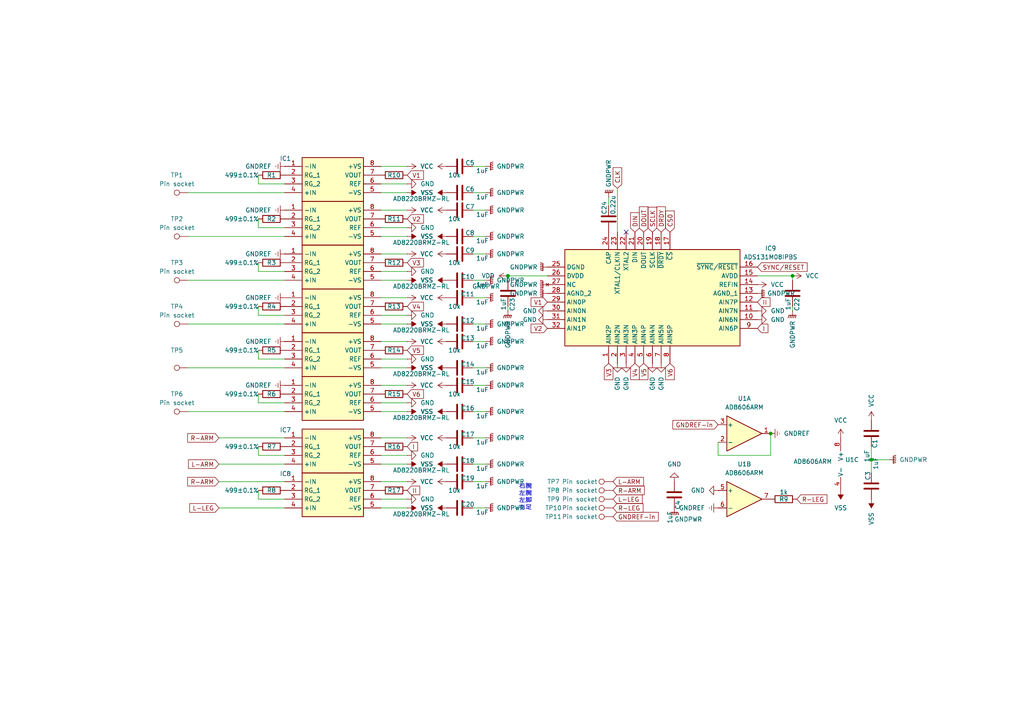
<source format=kicad_sch>
(kicad_sch (version 20250114) (generator "eeschema") (generator_version "9.0")
  (paper "A4")
  (text "右腕\n左腕\n左脚\n右足" (at 152.4 144.272 0) (effects (font (size 1.27 1.27))))
  (junction (at 223.52 125.73))
  (junction (at 147.32 80.01))
  (junction (at 229.87 80.01))
  (junction (at 252.73 133.35))
  (no_connect (at 181.61 67.31))
  (wire (pts (xy 257.81 133.35) (xy 252.73 133.35)))
  (wire (pts (xy 74.93 104.14) (xy 82.55 104.14)))
  (wire (pts (xy 140.97 139.7) (xy 137.16 139.7)))
  (wire (pts (xy 74.93 91.44) (xy 82.55 91.44)))
  (wire (pts (xy 110.49 53.34) (xy 118.11 53.34)))
  (wire (pts (xy 82.55 93.98) (xy 54.61 93.98)))
  (wire (pts (xy 110.49 119.38) (xy 118.11 119.38)))
  (wire (pts (xy 63.5 147.32) (xy 82.55 147.32)))
  (wire (pts (xy 74.93 50.8) (xy 74.93 53.34)))
  (wire (pts (xy 74.93 101.6) (xy 74.93 104.14)))
  (wire (pts (xy 229.87 81.28) (xy 229.87 80.01)))
  (wire (pts (xy 74.93 114.3) (xy 74.93 116.84)))
  (wire (pts (xy 110.49 127) (xy 118.11 127)))
  (wire (pts (xy 54.61 106.68) (xy 82.55 106.68)))
  (wire (pts (xy 140.97 147.32) (xy 137.16 147.32)))
  (wire (pts (xy 147.32 81.28) (xy 147.32 80.01)))
  (wire (pts (xy 74.93 53.34) (xy 82.55 53.34)))
  (wire (pts (xy 82.55 119.38) (xy 54.61 119.38)))
  (wire (pts (xy 140.97 93.98) (xy 137.16 93.98)))
  (wire (pts (xy 74.93 88.9) (xy 74.93 91.44)))
  (wire (pts (xy 74.93 144.78) (xy 82.55 144.78)))
  (wire (pts (xy 110.49 60.96) (xy 118.11 60.96)))
  (wire (pts (xy 110.49 139.7) (xy 118.11 139.7)))
  (wire (pts (xy 140.97 48.26) (xy 137.16 48.26)))
  (wire (pts (xy 110.49 116.84) (xy 118.11 116.84)))
  (wire (pts (xy 140.97 55.88) (xy 137.16 55.88)))
  (wire (pts (xy 179.07 54.61) (xy 179.07 67.31)))
  (wire (pts (xy 110.49 86.36) (xy 118.11 86.36)))
  (wire (pts (xy 219.71 80.01) (xy 229.87 80.01)))
  (wire (pts (xy 110.49 66.04) (xy 118.11 66.04)))
  (wire (pts (xy 110.49 106.68) (xy 118.11 106.68)))
  (wire (pts (xy 110.49 111.76) (xy 118.11 111.76)))
  (wire (pts (xy 110.49 104.14) (xy 118.11 104.14)))
  (wire (pts (xy 176.53 57.15) (xy 176.53 59.69)))
  (wire (pts (xy 140.97 99.06) (xy 137.16 99.06)))
  (wire (pts (xy 74.93 63.5) (xy 74.93 66.04)))
  (wire (pts (xy 82.55 81.28) (xy 54.61 81.28)))
  (wire (pts (xy 110.49 147.32) (xy 118.11 147.32)))
  (wire (pts (xy 110.49 73.66) (xy 118.11 73.66)))
  (wire (pts (xy 110.49 132.08) (xy 118.11 132.08)))
  (wire (pts (xy 110.49 55.88) (xy 118.11 55.88)))
  (wire (pts (xy 110.49 68.58) (xy 118.11 68.58)))
  (wire (pts (xy 110.49 81.28) (xy 118.11 81.28)))
  (wire (pts (xy 110.49 144.78) (xy 118.11 144.78)))
  (wire (pts (xy 74.93 78.74) (xy 82.55 78.74)))
  (wire (pts (xy 82.55 68.58) (xy 54.61 68.58)))
  (wire (pts (xy 140.97 86.36) (xy 137.16 86.36)))
  (wire (pts (xy 140.97 111.76) (xy 137.16 111.76)))
  (wire (pts (xy 82.55 55.88) (xy 54.61 55.88)))
  (wire (pts (xy 74.93 142.24) (xy 74.93 144.78)))
  (wire (pts (xy 140.97 119.38) (xy 137.16 119.38)))
  (wire (pts (xy 74.93 132.08) (xy 82.55 132.08)))
  (wire (pts (xy 223.52 132.08) (xy 223.52 125.73)))
  (wire (pts (xy 147.32 90.17) (xy 147.32 88.9)))
  (wire (pts (xy 110.49 134.62) (xy 118.11 134.62)))
  (wire (pts (xy 110.49 78.74) (xy 118.11 78.74)))
  (wire (pts (xy 140.97 127) (xy 137.16 127)))
  (wire (pts (xy 147.32 80.01) (xy 158.75 80.01)))
  (wire (pts (xy 229.87 90.17) (xy 229.87 88.9)))
  (wire (pts (xy 74.93 66.04) (xy 82.55 66.04)))
  (wire (pts (xy 63.5 134.62) (xy 82.55 134.62)))
  (wire (pts (xy 110.49 99.06) (xy 118.11 99.06)))
  (wire (pts (xy 208.28 128.27) (xy 208.28 132.08)))
  (wire (pts (xy 74.93 76.2) (xy 74.93 78.74)))
  (wire (pts (xy 208.28 132.08) (xy 223.52 132.08)))
  (wire (pts (xy 110.49 48.26) (xy 118.11 48.26)))
  (wire (pts (xy 140.97 134.62) (xy 137.16 134.62)))
  (wire (pts (xy 110.49 93.98) (xy 118.11 93.98)))
  (wire (pts (xy 140.97 60.96) (xy 137.16 60.96)))
  (wire (pts (xy 140.97 106.68) (xy 137.16 106.68)))
  (wire (pts (xy 140.97 68.58) (xy 137.16 68.58)))
  (wire (pts (xy 252.73 133.35) (xy 252.73 129.54)))
  (wire (pts (xy 63.5 139.7) (xy 82.55 139.7)))
  (wire (pts (xy 63.5 127) (xy 82.55 127)))
  (wire (pts (xy 110.49 91.44) (xy 118.11 91.44)))
  (wire (pts (xy 140.97 81.28) (xy 137.16 81.28)))
  (wire (pts (xy 252.73 133.35) (xy 252.73 137.16)))
  (wire (pts (xy 74.93 129.54) (xy 74.93 132.08)))
  (wire (pts (xy 140.97 73.66) (xy 137.16 73.66)))
  (wire (pts (xy 74.93 116.84) (xy 82.55 116.84)))
  (global_label "V1" (shape input) (at 158.75 87.63 180) (property "Intersheetrefs" "${INTERSHEET_REFS}" (effects (hide yes))))
  (global_label "II" (shape input) (at 118.11 142.24 0) (property "Intersheetrefs" "${INTERSHEET_REFS}" (effects (hide yes))))
  (global_label "SYNC{slash}RESET" (shape input) (at 219.71 77.47 0) (property "Intersheetrefs" "${INTERSHEET_REFS}" (effects (hide yes))))
  (global_label "CLK" (shape input) (at 179.07 54.61 90) (property "Intersheetrefs" "${INTERSHEET_REFS}" (effects (hide yes))))
  (global_label "V2" (shape input) (at 118.11 63.5 0) (property "Intersheetrefs" "${INTERSHEET_REFS}" (effects (hide yes))))
  (global_label "SCLK" (shape input) (at 189.23 67.31 90) (property "Intersheetrefs" "${INTERSHEET_REFS}" (effects (hide yes))))
  (global_label "I" (shape input) (at 219.71 95.25 0) (property "Intersheetrefs" "${INTERSHEET_REFS}" (effects (hide yes))))
  (global_label "V2" (shape input) (at 158.75 95.25 180) (property "Intersheetrefs" "${INTERSHEET_REFS}" (effects (hide yes))))
  (global_label "R-ARM" (shape input) (at 177.8 142.24 0) (property "Intersheetrefs" "${INTERSHEET_REFS}" (effects (hide yes))))
  (global_label "V6" (shape input) (at 118.11 114.3 0) (property "Intersheetrefs" "${INTERSHEET_REFS}" (effects (hide yes))))
  (global_label "DRDY" (shape input) (at 191.77 67.31 90) (property "Intersheetrefs" "${INTERSHEET_REFS}" (effects (hide yes))))
  (global_label "V5" (shape input) (at 118.11 101.6 0) (property "Intersheetrefs" "${INTERSHEET_REFS}" (effects (hide yes))))
  (global_label "V5" (shape input) (at 186.69 105.41 270) (property "Intersheetrefs" "${INTERSHEET_REFS}" (effects (hide yes))))
  (global_label "L-ARM" (shape input) (at 63.5 134.62 180) (property "Intersheetrefs" "${INTERSHEET_REFS}" (effects (hide yes))))
  (global_label "R-ARM" (shape input) (at 63.5 127 180) (property "Intersheetrefs" "${INTERSHEET_REFS}" (effects (hide yes))))
  (global_label "R-LEG" (shape input) (at 177.8 147.32 0) (property "Intersheetrefs" "${INTERSHEET_REFS}" (effects (hide yes))))
  (global_label "V4" (shape input) (at 118.11 88.9 0) (property "Intersheetrefs" "${INTERSHEET_REFS}" (effects (hide yes))))
  (global_label "V6" (shape input) (at 194.31 105.41 270) (property "Intersheetrefs" "${INTERSHEET_REFS}" (effects (hide yes))))
  (global_label "L-LEG" (shape input) (at 63.5 147.32 180) (property "Intersheetrefs" "${INTERSHEET_REFS}" (effects (hide yes))))
  (global_label "L-ARM" (shape input) (at 177.8 139.7 0) (property "Intersheetrefs" "${INTERSHEET_REFS}" (effects (hide yes))))
  (global_label "V4" (shape input) (at 184.15 105.41 270) (property "Intersheetrefs" "${INTERSHEET_REFS}" (effects (hide yes))))
  (global_label "L-LEG" (shape input) (at 177.8 144.78 0) (property "Intersheetrefs" "${INTERSHEET_REFS}" (effects (hide yes))))
  (global_label "DIN" (shape input) (at 184.15 67.31 90) (property "Intersheetrefs" "${INTERSHEET_REFS}" (effects (hide yes))))
  (global_label "CS0" (shape input) (at 194.31 67.31 90) (property "Intersheetrefs" "${INTERSHEET_REFS}" (effects (hide yes))))
  (global_label "V3" (shape input) (at 176.53 105.41 270) (property "Intersheetrefs" "${INTERSHEET_REFS}" (effects (hide yes))))
  (global_label "II" (shape input) (at 219.71 87.63 0) (property "Intersheetrefs" "${INTERSHEET_REFS}" (effects (hide yes))))
  (global_label "R-LEG" (shape input) (at 231.14 144.78 0) (property "Intersheetrefs" "${INTERSHEET_REFS}" (effects (hide yes))))
  (global_label "V1" (shape input) (at 118.11 50.8 0) (property "Intersheetrefs" "${INTERSHEET_REFS}" (effects (hide yes))))
  (global_label "V3" (shape input) (at 118.11 76.2 0) (property "Intersheetrefs" "${INTERSHEET_REFS}" (effects (hide yes))))
  (global_label "R-ARM" (shape input) (at 63.5 139.7 180) (property "Intersheetrefs" "${INTERSHEET_REFS}" (effects (hide yes))))
  (global_label "GNDREF-in" (shape input) (at 177.8 149.86 0) (property "Intersheetrefs" "${INTERSHEET_REFS}" (effects (hide yes))))
  (global_label "DOUT" (shape input) (at 186.69 67.31 90) (property "Intersheetrefs" "${INTERSHEET_REFS}" (effects (hide yes))))
  (global_label "I" (shape input) (at 118.11 129.54 0) (property "Intersheetrefs" "${INTERSHEET_REFS}" (effects (hide yes))))
  (global_label "GNDREF-in" (shape input) (at 208.28 123.19 180) (property "Intersheetrefs" "${INTERSHEET_REFS}" (effects (hide yes))))
  (symbol (lib_id "power:VCC") (at 219.71 82.55 270) (unit 1)
    (property "Reference" "#PWR018" (effects (hide yes)))
    (property "Value" "VCC" (at 223.52 82.5499 90) (effects (justify left)))
    (property "Description" "Power symbol creates a global label with name \"VCC\"" (effects (hide yes)))
  )
  (symbol (lib_id "power:GNDPWR") (at 140.97 119.38 90) (mirror x) (unit 1)
    (property "Reference" "#PWR0186" (effects (hide yes)))
    (property "Value" "GNDPWR" (at 148.082 119.38 90))
    (property "Description" "Power symbol creates a global label with name \"GNDPWR\" , global ground" (effects (hide yes)))
  )
  (symbol (lib_id "power:VSS") (at 118.11 106.68 270) (unit 1)
    (property "Reference" "#PWR038" (effects (hide yes)))
    (property "Value" "VSS" (at 121.92 106.6799 90) (effects (justify left)))
    (property "Description" "Power symbol creates a global label with name \"VSS\"" (effects (hide yes)))
  )
  (symbol (lib_id "power:GNDPWR") (at 140.97 93.98 90) (mirror x) (unit 1)
    (property "Reference" "#PWR0182" (effects (hide yes)))
    (property "Value" "GNDPWR" (at 148.082 93.98 90))
    (property "Description" "Power symbol creates a global label with name \"GNDPWR\" , global ground" (effects (hide yes)))
  )
  (symbol (lib_id "power:GNDPWR") (at 140.97 55.88 90) (mirror x) (unit 1)
    (property "Reference" "#PWR0175" (effects (hide yes)))
    (property "Value" "GNDPWR" (at 148.082 55.88 90))
    (property "Description" "Power symbol creates a global label with name \"GNDPWR\" , global ground" (effects (hide yes)))
  )
  (symbol (lib_id "Connector:TestPoint") (at 54.61 119.38 90) (unit 1)
    (property "Reference" "TP6" (at 51.308 114.3 90))
    (property "Value" "Pin socket" (at 51.308 116.84 90))
    (property "Footprint" "original:RI-1S0-SG4.2SMT" (effects (hide yes)))
    (property "Description" "test point" (effects (hide yes)))
    (property "URL" "https://akizukidenshi.com/catalog/g/g112368/" (effects (hide yes)))
    (property "cost" "10" (effects (hide yes)))
  )
  (symbol (lib_id "Device:C") (at 133.35 147.32 90) (unit 1)
    (property "Reference" "C20" (at 137.668 146.304 90) (effects (justify left)))
    (property "Value" "1uF" (at 141.732 148.59 90) (effects (justify left)))
    (property "Footprint" "Capacitor_SMD:C_0402_1005Metric" (effects (hide yes)))
    (property "Description" "Unpolarized capacitor" (effects (hide yes)))
    (property "URL" "https://www.digikey.jp/short/0n3v3qb2" (effects (hide yes)))
    (property "cost" "7.6" (effects (hide yes)))
  )
  (symbol (lib_id "samacsys:AD8220BRMZ-RL") (at 82.55 60.96 0) (unit 1)
    (property "Reference" "IC2" (effects (hide yes)))
    (property "Value" "AD8220BRMZ-RL" (at 122.174 70.358 0))
    (property "Footprint" "samacsys:SOP65P490X110-8N" (effects (hide yes)))
    (property "Description" "Instrumentation Amplifiers FET Input Instrumentation Amplifier" (effects (hide yes)))
    (property "URL" "https://www.digikey.jp/short/4pc0mtdt" (effects (hide yes)))
    (property "cost" "1006" (effects (hide yes)))
  )
  (symbol (lib_id "power:VCC") (at 252.73 121.92 0) (unit 1)
    (property "Reference" "#PWR0195" (effects (hide yes)))
    (property "Value" "VCC" (at 252.7301 118.11 90) (effects (justify left)))
    (property "Description" "Power symbol creates a global label with name \"VCC\"" (effects (hide yes)))
  )
  (symbol (lib_id "power:GNDPWR") (at 195.58 147.32 0) (mirror y) (unit 1)
    (property "Reference" "#PWR0198" (effects (hide yes)))
    (property "Value" "GNDPWR" (at 199.644 150.622 0))
    (property "Description" "Power symbol creates a global label with name \"GNDPWR\" , global ground" (effects (hide yes)))
  )
  (symbol (lib_id "power:VCC") (at 118.11 86.36 270) (unit 1)
    (property "Reference" "#PWR022" (effects (hide yes)))
    (property "Value" "VCC" (at 121.92 86.3599 90) (effects (justify left)))
    (property "Description" "Power symbol creates a global label with name \"VCC\"" (effects (hide yes)))
  )
  (symbol (lib_id "Device:C") (at 133.35 86.36 90) (unit 1)
    (property "Reference" "C11" (at 137.668 85.344 90) (effects (justify left)))
    (property "Value" "1uF" (at 141.732 87.63 90) (effects (justify left)))
    (property "Footprint" "Capacitor_SMD:C_0402_1005Metric" (effects (hide yes)))
    (property "Description" "Unpolarized capacitor" (effects (hide yes)))
    (property "URL" "https://www.digikey.jp/short/0n3v3qb2" (effects (hide yes)))
    (property "cost" "7.6" (effects (hide yes)))
  )
  (symbol (lib_id "Connector:TestPoint") (at 54.61 106.68 90) (unit 1)
    (property "Reference" "TP5" (at 51.308 101.6 90))
    (property "Value" "Pin socket" (effects (hide yes)))
    (property "Footprint" "original:RI-1S0-SG4.2SMT" (effects (hide yes)))
    (property "Description" "test point" (effects (hide yes)))
    (property "URL" "https://akizukidenshi.com/catalog/g/g112368/" (effects (hide yes)))
    (property "cost" "10" (effects (hide yes)))
  )
  (symbol (lib_id "Device:C") (at 133.35 68.58 90) (unit 1)
    (property "Reference" "C8" (at 137.668 67.564 90) (effects (justify left)))
    (property "Value" "1uF" (at 141.732 69.85 90) (effects (justify left)))
    (property "Footprint" "Capacitor_SMD:C_0402_1005Metric" (effects (hide yes)))
    (property "Description" "Unpolarized capacitor" (effects (hide yes)))
    (property "URL" "https://www.digikey.jp/short/0n3v3qb2" (effects (hide yes)))
    (property "cost" "7.6" (effects (hide yes)))
  )
  (symbol (lib_id "power:GND") (at 158.75 90.17 270) (unit 1)
    (property "Reference" "#PWR024" (effects (hide yes)))
    (property "Value" "GND" (at 153.67 90.17 90))
    (property "Description" "Power symbol creates a global label with name \"GND\" , ground" (effects (hide yes)))
  )
  (symbol (lib_id "power:GNDPWR") (at 140.97 73.66 90) (mirror x) (unit 1)
    (property "Reference" "#PWR0165" (effects (hide yes)))
    (property "Value" "GNDPWR" (at 148.082 73.66 90))
    (property "Description" "Power symbol creates a global label with name \"GNDPWR\" , global ground" (effects (hide yes)))
  )
  (symbol (lib_id "Device:C") (at 133.35 93.98 90) (unit 1)
    (property "Reference" "C12" (at 137.668 92.964 90) (effects (justify left)))
    (property "Value" "1uF" (at 141.732 95.25 90) (effects (justify left)))
    (property "Footprint" "Capacitor_SMD:C_0402_1005Metric" (effects (hide yes)))
    (property "Description" "Unpolarized capacitor" (effects (hide yes)))
    (property "URL" "https://www.digikey.jp/short/0n3v3qb2" (effects (hide yes)))
    (property "cost" "7.6" (effects (hide yes)))
  )
  (symbol (lib_id "Device:R") (at 114.3 76.2 270) (unit 1)
    (property "Reference" "R12" (at 114.3 76.2 90))
    (property "Value" "10k" (at 131.826 76.2 90))
    (property "Footprint" "Resistor_SMD:R_0402_1005Metric" (effects (hide yes)))
    (property "Description" "Resistor" (effects (hide yes)))
    (property "URL" "https://www.digikey.jp/short/3c2cw4f5" (effects (hide yes)))
    (property "cost" "16" (effects (hide yes)))
  )
  (symbol (lib_id "power:GND") (at 118.11 66.04 90) (unit 1)
    (property "Reference" "#PWR08" (effects (hide yes)))
    (property "Value" "GND" (at 121.92 66.0399 90) (effects (justify right)))
    (property "Description" "Power symbol creates a global label with name \"GND\" , ground" (effects (hide yes)))
  )
  (symbol (lib_id "power:GND") (at 118.11 53.34 90) (unit 1)
    (property "Reference" "#PWR03" (effects (hide yes)))
    (property "Value" "GND" (at 121.92 53.3399 90) (effects (justify right)))
    (property "Description" "Power symbol creates a global label with name \"GND\" , ground" (effects (hide yes)))
  )
  (symbol (lib_id "Amplifier_Operational:AD8606ARM") (at 246.38 134.62 0) (unit 3)
    (property "Reference" "U1" (at 245.11 133.3499 0) (effects (justify left)))
    (property "Value" "AD8606ARM" (at 230.124 133.858 0) (effects (justify left)))
    (property "Footprint" "Package_SO:MSOP-8_3x3mm_P0.65mm" (effects (hide yes)))
    (property "Description" "Dual Precision Low Noise, Low Input Bias Current, Wide Bandwidth Operational Amplifiers, MSOP-8" (effects (hide yes)))
    (property "URL" "https://www.digikey.jp/short/8cm5t9d5" (effects (hide yes)))
    (property "cost" "962" (effects (hide yes)))
  )
  (symbol (lib_id "power:VDD") (at 147.32 80.01 90) (unit 1)
    (property "Reference" "#PWR014" (effects (hide yes)))
    (property "Value" "VDD" (at 143.51 80.0099 90) (effects (justify left)))
    (property "Description" "Power symbol creates a global label with name \"VDD\"" (effects (hide yes)))
  )
  (symbol (lib_id "power:GNDPWR") (at 158.75 85.09 270) (unit 1)
    (property "Reference" "#PWR019" (effects (hide yes)))
    (property "Value" "GNDPWR" (at 151.892 85.09 90))
    (property "Description" "Power symbol creates a global label with name \"GNDPWR\" , global ground" (effects (hide yes)))
  )
  (symbol (lib_id "Device:C") (at 133.35 73.66 90) (unit 1)
    (property "Reference" "C9" (at 137.668 72.644 90) (effects (justify left)))
    (property "Value" "1uF" (at 141.732 74.93 90) (effects (justify left)))
    (property "Footprint" "Capacitor_SMD:C_0402_1005Metric" (effects (hide yes)))
    (property "Description" "Unpolarized capacitor" (effects (hide yes)))
    (property "URL" "https://www.digikey.jp/short/0n3v3qb2" (effects (hide yes)))
    (property "cost" "7.6" (effects (hide yes)))
  )
  (symbol (lib_id "power:GNDREF") (at 82.55 73.66 270) (unit 1)
    (property "Reference" "#PWR010" (effects (hide yes)))
    (property "Value" "GNDREF" (at 78.74 73.6599 90) (effects (justify right)))
    (property "Description" "Power symbol creates a global label with name \"GNDREF\" , reference supply ground" (effects (hide yes)))
  )
  (symbol (lib_id "power:VCC") (at 129.54 139.7 90) (unit 1)
    (property "Reference" "#PWR0172" (effects (hide yes)))
    (property "Value" "VCC" (at 125.73 139.6999 90) (effects (justify left)))
    (property "Description" "Power symbol creates a global label with name \"VCC\"" (effects (hide yes)))
  )
  (symbol (lib_id "power:VSS") (at 118.11 93.98 270) (unit 1)
    (property "Reference" "#PWR030" (effects (hide yes)))
    (property "Value" "VSS" (at 121.92 93.9799 90) (effects (justify left)))
    (property "Description" "Power symbol creates a global label with name \"VSS\"" (effects (hide yes)))
  )
  (symbol (lib_id "power:VSS") (at 129.54 55.88 90) (unit 1)
    (property "Reference" "#PWR0176" (effects (hide yes)))
    (property "Value" "VSS" (at 125.73 55.8799 90) (effects (justify left)))
    (property "Description" "Power symbol creates a global label with name \"VSS\"" (effects (hide yes)))
  )
  (symbol (lib_id "samacsys:AD8220BRMZ-RL") (at 82.55 139.7 0) (unit 1)
    (property "Reference" "IC8" (at 82.804 137.414 0))
    (property "Value" "AD8220BRMZ-RL" (at 122.174 149.098 0))
    (property "Footprint" "samacsys:SOP65P490X110-8N" (effects (hide yes)))
    (property "Description" "Instrumentation Amplifiers FET Input Instrumentation Amplifier" (effects (hide yes)))
    (property "URL" "https://www.digikey.jp/short/4pc0mtdt" (effects (hide yes)))
    (property "cost" "1006" (effects (hide yes)))
  )
  (symbol (lib_id "Device:C") (at 133.35 127 90) (unit 1)
    (property "Reference" "C17" (at 137.668 125.984 90) (effects (justify left)))
    (property "Value" "1uF" (at 141.732 128.27 90) (effects (justify left)))
    (property "Footprint" "Capacitor_SMD:C_0402_1005Metric" (effects (hide yes)))
    (property "Description" "Unpolarized capacitor" (effects (hide yes)))
    (property "URL" "https://www.digikey.jp/short/0n3v3qb2" (effects (hide yes)))
    (property "cost" "7.6" (effects (hide yes)))
  )
  (symbol (lib_id "power:GNDREF") (at 82.55 111.76 270) (unit 1)
    (property "Reference" "#PWR039" (effects (hide yes)))
    (property "Value" "GNDREF" (at 78.74 111.7599 90) (effects (justify right)))
    (property "Description" "Power symbol creates a global label with name \"GNDREF\" , reference supply ground" (effects (hide yes)))
  )
  (symbol (lib_id "power:GNDPWR") (at 219.71 85.09 90) (unit 1)
    (property "Reference" "#PWR020" (effects (hide yes)))
    (property "Value" "GNDPWR" (at 226.568 85.09 90))
    (property "Description" "Power symbol creates a global label with name \"GNDPWR\" , global ground" (effects (hide yes)))
  )
  (symbol (lib_id "power:GND") (at 118.11 91.44 90) (unit 1)
    (property "Reference" "#PWR027" (effects (hide yes)))
    (property "Value" "GND" (at 121.92 91.4399 90) (effects (justify right)))
    (property "Description" "Power symbol creates a global label with name \"GND\" , ground" (effects (hide yes)))
  )
  (symbol (lib_id "Device:C") (at 133.35 55.88 90) (unit 1)
    (property "Reference" "C6" (at 137.668 54.864 90) (effects (justify left)))
    (property "Value" "1uF" (at 141.732 57.15 90) (effects (justify left)))
    (property "Footprint" "Capacitor_SMD:C_0402_1005Metric" (effects (hide yes)))
    (property "Description" "Unpolarized capacitor" (effects (hide yes)))
    (property "URL" "https://www.digikey.jp/short/0n3v3qb2" (effects (hide yes)))
    (property "cost" "7.6" (effects (hide yes)))
  )
  (symbol (lib_id "Connector:TestPoint") (at 54.61 55.88 90) (unit 1)
    (property "Reference" "TP1" (at 51.308 50.8 90))
    (property "Value" "Pin socket" (at 51.308 53.34 90))
    (property "Footprint" "original:RI-1S0-SG4.2SMT" (effects (hide yes)))
    (property "Description" "test point" (effects (hide yes)))
    (property "URL" "https://akizukidenshi.com/catalog/g/g112368/" (effects (hide yes)))
    (property "cost" "10" (effects (hide yes)))
  )
  (symbol (lib_id "Amplifier_Operational:AD8606ARM") (at 215.9 125.73 0) (unit 1)
    (property "Reference" "U1" (at 215.9 115.57 0))
    (property "Value" "AD8606ARM" (at 215.9 118.11 0))
    (property "Footprint" "Package_SO:MSOP-8_3x3mm_P0.65mm" (effects (hide yes)))
    (property "Description" "Dual Precision Low Noise, Low Input Bias Current, Wide Bandwidth Operational Amplifiers, MSOP-8" (effects (hide yes)))
    (property "URL" "https://www.digikey.jp/short/8cm5t9d5" (effects (hide yes)))
    (property "cost" "962" (effects (hide yes)))
  )
  (symbol (lib_id "Device:R") (at 78.74 142.24 90) (unit 1)
    (property "Reference" "R8" (at 78.74 142.24 90))
    (property "Value" "499±0.1%" (at 70.104 142.24 90))
    (property "Footprint" "Resistor_SMD:R_0402_1005Metric" (effects (hide yes)))
    (property "Description" "Resistor" (effects (hide yes)))
    (property "URL" "https://www.digikey.jp/short/p24qvdv8" (effects (hide yes)))
    (property "cost" "16" (effects (hide yes)))
  )
  (symbol (lib_id "power:GNDPWR") (at 140.97 81.28 90) (mirror x) (unit 1)
    (property "Reference" "#PWR0181" (effects (hide yes)))
    (property "Value" "GNDPWR" (at 148.082 81.28 90))
    (property "Description" "Power symbol creates a global label with name \"GNDPWR\" , global ground" (effects (hide yes)))
  )
  (symbol (lib_id "power:VCC") (at 129.54 111.76 90) (unit 1)
    (property "Reference" "#PWR0168" (effects (hide yes)))
    (property "Value" "VCC" (at 125.73 111.7599 90) (effects (justify left)))
    (property "Description" "Power symbol creates a global label with name \"VCC\"" (effects (hide yes)))
  )
  (symbol (lib_id "Connector:TestPoint") (at 177.8 139.7 90) (unit 1)
    (property "Reference" "TP7" (at 160.528 139.7 90))
    (property "Value" "Pin socket" (at 168.148 139.7 90))
    (property "Footprint" "original:RI-1S0-SG4.2SMT" (effects (hide yes)))
    (property "Description" "test point" (effects (hide yes)))
    (property "URL" "https://akizukidenshi.com/catalog/g/g112368/" (effects (hide yes)))
    (property "cost" "10" (effects (hide yes)))
  )
  (symbol (lib_id "Connector:TestPoint") (at 177.8 144.78 90) (unit 1)
    (property "Reference" "TP9" (at 160.528 144.78 90))
    (property "Value" "Pin socket" (at 168.148 144.78 90))
    (property "Footprint" "original:RI-1S0-SG4.2SMT" (effects (hide yes)))
    (property "Description" "test point" (effects (hide yes)))
    (property "URL" "https://akizukidenshi.com/catalog/g/g112368/" (effects (hide yes)))
    (property "cost" "10" (effects (hide yes)))
  )
  (symbol (lib_id "power:GNDREF") (at 208.28 147.32 270) (unit 1)
    (property "Reference" "#PWR099" (effects (hide yes)))
    (property "Value" "GNDREF" (at 204.47 147.3199 90) (effects (justify right)))
    (property "Description" "Power symbol creates a global label with name \"GNDREF\" , reference supply ground" (effects (hide yes)))
  )
  (symbol (lib_id "Connector:TestPoint") (at 54.61 81.28 90) (unit 1)
    (property "Reference" "TP3" (at 51.308 76.2 90))
    (property "Value" "Pin socket" (at 51.308 78.74 90))
    (property "Footprint" "original:RI-1S0-SG4.2SMT" (effects (hide yes)))
    (property "Description" "test point" (effects (hide yes)))
    (property "URL" "https://akizukidenshi.com/catalog/g/g112368/" (effects (hide yes)))
    (property "cost" "10" (effects (hide yes)))
  )
  (symbol (lib_id "Device:R") (at 78.74 76.2 90) (unit 1)
    (property "Reference" "R3" (at 78.74 76.2 90))
    (property "Value" "499±0.1%" (at 70.104 76.2 90))
    (property "Footprint" "Resistor_SMD:R_0402_1005Metric" (effects (hide yes)))
    (property "Description" "Resistor" (effects (hide yes)))
    (property "URL" "https://www.digikey.jp/short/p24qvdv8" (effects (hide yes)))
    (property "cost" "16" (effects (hide yes)))
  )
  (symbol (lib_id "Device:R") (at 78.74 63.5 90) (unit 1)
    (property "Reference" "R2" (at 78.74 63.5 90))
    (property "Value" "499±0.1%" (at 70.104 63.5 90))
    (property "Footprint" "Resistor_SMD:R_0402_1005Metric" (effects (hide yes)))
    (property "Description" "Resistor" (effects (hide yes)))
    (property "URL" "https://www.digikey.jp/short/p24qvdv8" (effects (hide yes)))
    (property "cost" "16" (effects (hide yes)))
  )
  (symbol (lib_id "power:GNDPWR") (at 140.97 139.7 90) (mirror x) (unit 1)
    (property "Reference" "#PWR0174" (effects (hide yes)))
    (property "Value" "GNDPWR" (at 148.082 139.7 90))
    (property "Description" "Power symbol creates a global label with name \"GNDPWR\" , global ground" (effects (hide yes)))
  )
  (symbol (lib_id "power:VSS") (at 118.11 119.38 270) (unit 1)
    (property "Reference" "#PWR042" (effects (hide yes)))
    (property "Value" "VSS" (at 121.92 119.3799 90) (effects (justify left)))
    (property "Description" "Power symbol creates a global label with name \"VSS\"" (effects (hide yes)))
  )
  (symbol (lib_id "power:GNDPWR") (at 140.97 106.68 90) (mirror x) (unit 1)
    (property "Reference" "#PWR0185" (effects (hide yes)))
    (property "Value" "GNDPWR" (at 148.082 106.68 90))
    (property "Description" "Power symbol creates a global label with name \"GNDPWR\" , global ground" (effects (hide yes)))
  )
  (symbol (lib_id "Device:R") (at 114.3 88.9 270) (unit 1)
    (property "Reference" "R13" (at 114.3 88.9 90))
    (property "Value" "10k" (at 131.826 88.9 90))
    (property "Footprint" "Resistor_SMD:R_0402_1005Metric" (effects (hide yes)))
    (property "Description" "Resistor" (effects (hide yes)))
    (property "URL" "https://www.digikey.jp/short/3c2cw4f5" (effects (hide yes)))
    (property "cost" "16" (effects (hide yes)))
  )
  (symbol (lib_id "power:VCC") (at 129.54 60.96 90) (unit 1)
    (property "Reference" "#PWR0161" (effects (hide yes)))
    (property "Value" "VCC" (at 125.73 60.9599 90) (effects (justify left)))
    (property "Description" "Power symbol creates a global label with name \"VCC\"" (effects (hide yes)))
  )
  (symbol (lib_id "Connector:TestPoint") (at 54.61 68.58 90) (unit 1)
    (property "Reference" "TP2" (at 51.308 63.5 90))
    (property "Value" "Pin socket" (at 51.308 66.04 90))
    (property "Footprint" "original:RI-1S0-SG4.2SMT" (effects (hide yes)))
    (property "Description" "test point" (effects (hide yes)))
    (property "URL" "https://akizukidenshi.com/catalog/g/g112368/" (effects (hide yes)))
    (property "cost" "10" (effects (hide yes)))
  )
  (symbol (lib_id "power:GNDPWR") (at 257.81 133.35 90) (mirror x) (unit 1)
    (property "Reference" "#PWR0197" (effects (hide yes)))
    (property "Value" "GNDPWR" (at 264.922 133.35 90))
    (property "Description" "Power symbol creates a global label with name \"GNDPWR\" , global ground" (effects (hide yes)))
  )
  (symbol (lib_id "Connector:TestPoint") (at 177.8 149.86 90) (unit 1)
    (property "Reference" "TP11" (at 160.528 149.86 90))
    (property "Value" "Pin socket" (at 168.148 149.86 90))
    (property "Footprint" "original:RI-1S0-SG4.2SMT" (effects (hide yes)))
    (property "Description" "test point" (effects (hide yes)))
    (property "URL" "https://akizukidenshi.com/catalog/g/g112368/" (effects (hide yes)))
    (property "cost" "10" (effects (hide yes)))
  )
  (symbol (lib_id "Device:R") (at 114.3 63.5 270) (unit 1)
    (property "Reference" "R11" (at 114.3 63.5 90))
    (property "Value" "10k" (at 131.826 63.5 90))
    (property "Footprint" "Resistor_SMD:R_0402_1005Metric" (effects (hide yes)))
    (property "Description" "Resistor" (effects (hide yes)))
    (property "URL" "https://www.digikey.jp/short/3c2cw4f5" (effects (hide yes)))
    (property "cost" "16" (effects (hide yes)))
  )
  (symbol (lib_id "Device:C") (at 133.35 119.38 90) (unit 1)
    (property "Reference" "C16" (at 137.668 118.364 90) (effects (justify left)))
    (property "Value" "1uF" (at 141.732 120.65 90) (effects (justify left)))
    (property "Footprint" "Capacitor_SMD:C_0402_1005Metric" (effects (hide yes)))
    (property "Description" "Unpolarized capacitor" (effects (hide yes)))
    (property "URL" "https://www.digikey.jp/short/0n3v3qb2" (effects (hide yes)))
    (property "cost" "7.6" (effects (hide yes)))
  )
  (symbol (lib_id "power:VSS") (at 129.54 119.38 90) (unit 1)
    (property "Reference" "#PWR0184" (effects (hide yes)))
    (property "Value" "VSS" (at 125.73 119.3799 90) (effects (justify left)))
    (property "Description" "Power symbol creates a global label with name \"VSS\"" (effects (hide yes)))
  )
  (symbol (lib_id "power:GND") (at 118.11 78.74 90) (unit 1)
    (property "Reference" "#PWR013" (effects (hide yes)))
    (property "Value" "GND" (at 121.92 78.7399 90) (effects (justify right)))
    (property "Description" "Power symbol creates a global label with name \"GND\" , ground" (effects (hide yes)))
  )
  (symbol (lib_id "Device:R") (at 114.3 114.3 270) (unit 1)
    (property "Reference" "R15" (at 114.3 114.3 90))
    (property "Value" "10k" (at 131.826 114.3 90))
    (property "Footprint" "Resistor_SMD:R_0402_1005Metric" (effects (hide yes)))
    (property "Description" "Resistor" (effects (hide yes)))
    (property "URL" "https://www.digikey.jp/short/3c2cw4f5" (effects (hide yes)))
    (property "cost" "16" (effects (hide yes)))
  )
  (symbol (lib_id "Connector:TestPoint") (at 177.8 142.24 90) (unit 1)
    (property "Reference" "TP8" (at 160.528 142.24 90))
    (property "Value" "Pin socket" (at 168.148 142.24 90))
    (property "Footprint" "original:RI-1S0-SG4.2SMT" (effects (hide yes)))
    (property "Description" "test point" (effects (hide yes)))
    (property "URL" "https://akizukidenshi.com/catalog/g/g112368/" (effects (hide yes)))
    (property "cost" "10" (effects (hide yes)))
  )
  (symbol (lib_id "Device:C") (at 133.35 99.06 90) (unit 1)
    (property "Reference" "C13" (at 137.668 98.044 90) (effects (justify left)))
    (property "Value" "1uF" (at 141.732 100.33 90) (effects (justify left)))
    (property "Footprint" "Capacitor_SMD:C_0402_1005Metric" (effects (hide yes)))
    (property "Description" "Unpolarized capacitor" (effects (hide yes)))
    (property "URL" "https://www.digikey.jp/short/0n3v3qb2" (effects (hide yes)))
    (property "cost" "7.6" (effects (hide yes)))
  )
  (symbol (lib_id "power:GND") (at 181.61 105.41 0) (unit 1)
    (property "Reference" "#PWR035" (effects (hide yes)))
    (property "Value" "GND" (at 181.6099 109.22 90) (effects (justify right)))
    (property "Description" "Power symbol creates a global label with name \"GND\" , ground" (effects (hide yes)))
  )
  (symbol (lib_id "power:GNDREF") (at 82.55 48.26 270) (unit 1)
    (property "Reference" "#PWR01" (effects (hide yes)))
    (property "Value" "GNDREF" (at 78.74 48.2599 90) (effects (justify right)))
    (property "Description" "Power symbol creates a global label with name \"GNDREF\" , reference supply ground" (effects (hide yes)))
  )
  (symbol (lib_id "Device:R") (at 114.3 101.6 270) (unit 1)
    (property "Reference" "R14" (at 114.3 101.6 90))
    (property "Value" "10k" (at 131.826 101.6 90))
    (property "Footprint" "Resistor_SMD:R_0402_1005Metric" (effects (hide yes)))
    (property "Description" "Resistor" (effects (hide yes)))
    (property "URL" "https://www.digikey.jp/short/3c2cw4f5" (effects (hide yes)))
    (property "cost" "16" (effects (hide yes)))
  )
  (symbol (lib_id "samacsys:AD8220BRMZ-RL") (at 82.55 48.26 0) (unit 1)
    (property "Reference" "IC1" (at 82.804 45.974 0))
    (property "Value" "AD8220BRMZ-RL" (at 122.174 57.658 0))
    (property "Footprint" "samacsys:SOP65P490X110-8N" (effects (hide yes)))
    (property "Description" "Instrumentation Amplifiers FET Input Instrumentation Amplifier" (effects (hide yes)))
    (property "URL" "https://www.digikey.jp/short/4pc0mtdt" (effects (hide yes)))
    (property "cost" "1006" (effects (hide yes)))
  )
  (symbol (lib_id "power:VCC") (at 243.84 127 0) (unit 1)
    (property "Reference" "#PWR093" (effects (hide yes)))
    (property "Value" "VCC" (at 243.84 121.92 0))
    (property "Description" "Power symbol creates a global label with name \"VCC\"" (effects (hide yes)))
  )
  (symbol (lib_id "power:GND") (at 208.28 142.24 270) (unit 1)
    (property "Reference" "#PWR096" (effects (hide yes)))
    (property "Value" "GND" (at 204.47 142.2399 90) (effects (justify right)))
    (property "Description" "Power symbol creates a global label with name \"GND\" , ground" (effects (hide yes)))
  )
  (symbol (lib_id "Device:C") (at 133.35 139.7 90) (unit 1)
    (property "Reference" "C19" (at 137.668 138.684 90) (effects (justify left)))
    (property "Value" "1uF" (at 141.732 140.97 90) (effects (justify left)))
    (property "Footprint" "Capacitor_SMD:C_0402_1005Metric" (effects (hide yes)))
    (property "Description" "Unpolarized capacitor" (effects (hide yes)))
    (property "URL" "https://www.digikey.jp/short/0n3v3qb2" (effects (hide yes)))
    (property "cost" "7.6" (effects (hide yes)))
  )
  (symbol (lib_id "power:VCC") (at 129.54 127 90) (unit 1)
    (property "Reference" "#PWR0171" (effects (hide yes)))
    (property "Value" "VCC" (at 125.73 126.9999 90) (effects (justify left)))
    (property "Description" "Power symbol creates a global label with name \"VCC\"" (effects (hide yes)))
  )
  (symbol (lib_id "power:VCC") (at 118.11 48.26 270) (unit 1)
    (property "Reference" "#PWR02" (effects (hide yes)))
    (property "Value" "VCC" (at 121.92 48.2599 90) (effects (justify left)))
    (property "Description" "Power symbol creates a global label with name \"VCC\"" (effects (hide yes)))
  )
  (symbol (lib_id "power:VCC") (at 118.11 139.7 270) (unit 1)
    (property "Reference" "#PWR046" (effects (hide yes)))
    (property "Value" "VCC" (at 121.92 139.6999 90) (effects (justify left)))
    (property "Description" "Power symbol creates a global label with name \"VCC\"" (effects (hide yes)))
  )
  (symbol (lib_id "power:VSS") (at 118.11 81.28 270) (unit 1)
    (property "Reference" "#PWR016" (effects (hide yes)))
    (property "Value" "VSS" (at 121.92 81.2799 90) (effects (justify left)))
    (property "Description" "Power symbol creates a global label with name \"VSS\"" (effects (hide yes)))
  )
  (symbol (lib_id "power:VSS") (at 243.84 142.24 180) (unit 1)
    (property "Reference" "#PWR097" (effects (hide yes)))
    (property "Value" "VSS" (at 243.84 147.32 0))
    (property "Description" "Power symbol creates a global label with name \"VSS\"" (effects (hide yes)))
  )
  (symbol (lib_id "Device:C") (at 147.32 85.09 180) (unit 1)
    (property "Reference" "C23" (at 148.59 86.36 90) (effects (justify left)))
    (property "Value" "1uF" (at 146.05 86.36 90) (effects (justify left)))
    (property "Footprint" "Capacitor_SMD:C_0603_1608Metric" (effects (hide yes)))
    (property "Description" "Unpolarized capacitor" (effects (hide yes)))
    (property "URL" "https://www.digikey.jp/short/z2hc7bjt" (effects (hide yes)))
    (property "cost" "12.4" (effects (hide yes)))
  )
  (symbol (lib_id "Device:R") (at 78.74 129.54 90) (unit 1)
    (property "Reference" "R7" (at 78.74 129.54 90))
    (property "Value" "499±0.1%" (at 70.104 129.54 90))
    (property "Footprint" "Resistor_SMD:R_0402_1005Metric" (effects (hide yes)))
    (property "Description" "Resistor" (effects (hide yes)))
    (property "URL" "https://www.digikey.jp/short/p24qvdv8" (effects (hide yes)))
    (property "cost" "16" (effects (hide yes)))
  )
  (symbol (lib_id "Device:C") (at 133.35 81.28 90) (unit 1)
    (property "Reference" "C10" (at 137.668 80.264 90) (effects (justify left)))
    (property "Value" "1uF" (at 141.732 82.55 90) (effects (justify left)))
    (property "Footprint" "Capacitor_SMD:C_0402_1005Metric" (effects (hide yes)))
    (property "Description" "Unpolarized capacitor" (effects (hide yes)))
    (property "URL" "https://www.digikey.jp/short/0n3v3qb2" (effects (hide yes)))
    (property "cost" "7.6" (effects (hide yes)))
  )
  (symbol (lib_id "Device:R") (at 114.3 129.54 270) (unit 1)
    (property "Reference" "R16" (at 114.3 129.54 90))
    (property "Value" "10k" (at 131.826 129.54 90))
    (property "Footprint" "Resistor_SMD:R_0402_1005Metric" (effects (hide yes)))
    (property "Description" "Resistor" (effects (hide yes)))
    (property "URL" "https://www.digikey.jp/short/3c2cw4f5" (effects (hide yes)))
    (property "cost" "16" (effects (hide yes)))
  )
  (symbol (lib_id "Device:C") (at 229.87 85.09 180) (unit 1)
    (property "Reference" "C22" (at 231.14 86.36 90) (effects (justify left)))
    (property "Value" "1uF" (at 228.6 86.36 90) (effects (justify left)))
    (property "Footprint" "Capacitor_SMD:C_0603_1608Metric" (effects (hide yes)))
    (property "Description" "Unpolarized capacitor" (effects (hide yes)))
    (property "URL" "https://www.digikey.jp/short/z2hc7bjt" (effects (hide yes)))
    (property "cost" "12.4" (effects (hide yes)))
  )
  (symbol (lib_id "power:GNDPWR") (at 140.97 147.32 90) (mirror x) (unit 1)
    (property "Reference" "#PWR0190" (effects (hide yes)))
    (property "Value" "GNDPWR" (at 148.082 147.32 90))
    (property "Description" "Power symbol creates a global label with name \"GNDPWR\" , global ground" (effects (hide yes)))
  )
  (symbol (lib_id "power:GND") (at 189.23 105.41 0) (unit 1)
    (property "Reference" "#PWR036" (effects (hide yes)))
    (property "Value" "GND" (at 189.2299 109.22 90) (effects (justify right)))
    (property "Description" "Power symbol creates a global label with name \"GND\" , ground" (effects (hide yes)))
  )
  (symbol (lib_id "Device:R") (at 227.33 144.78 90) (unit 1)
    (property "Reference" "R9" (at 227.33 144.78 90))
    (property "Value" "1k" (at 227.33 142.748 90))
    (property "Footprint" "Resistor_SMD:R_0603_1608Metric" (effects (hide yes)))
    (property "Description" "Resistor" (effects (hide yes)))
    (property "URL" "https://www.digikey.jp/short/3r20z439" (effects (hide yes)))
    (property "cost" "16" (effects (hide yes)))
  )
  (symbol (lib_id "samacsys:AD8220BRMZ-RL") (at 82.55 127 0) (unit 1)
    (property "Reference" "IC7" (at 82.804 124.714 0))
    (property "Value" "AD8220BRMZ-RL" (at 122.174 136.398 0))
    (property "Footprint" "samacsys:SOP65P490X110-8N" (effects (hide yes)))
    (property "Description" "Instrumentation Amplifiers FET Input Instrumentation Amplifier" (effects (hide yes)))
    (property "URL" "https://www.digikey.jp/short/4pc0mtdt" (effects (hide yes)))
    (property "cost" "1006" (effects (hide yes)))
  )
  (symbol (lib_id "power:VSS") (at 129.54 93.98 90) (unit 1)
    (property "Reference" "#PWR0180" (effects (hide yes)))
    (property "Value" "VSS" (at 125.73 93.9799 90) (effects (justify left)))
    (property "Description" "Power symbol creates a global label with name \"VSS\"" (effects (hide yes)))
  )
  (symbol (lib_id "Device:R") (at 114.3 50.8 270) (unit 1)
    (property "Reference" "R10" (at 114.3 50.8 90))
    (property "Value" "10k" (at 131.826 50.8 90))
    (property "Footprint" "Resistor_SMD:R_0402_1005Metric" (effects (hide yes)))
    (property "Description" "Resistor" (effects (hide yes)))
    (property "URL" "https://www.digikey.jp/short/3c2cw4f5" (effects (hide yes)))
    (property "cost" "16" (effects (hide yes)))
  )
  (symbol (lib_id "Amplifier_Operational:AD8606ARM") (at 215.9 144.78 0) (unit 2)
    (property "Reference" "U1" (at 215.9 134.62 0))
    (property "Value" "AD8606ARM" (at 215.9 137.16 0))
    (property "Footprint" "Package_SO:MSOP-8_3x3mm_P0.65mm" (effects (hide yes)))
    (property "Description" "Dual Precision Low Noise, Low Input Bias Current, Wide Bandwidth Operational Amplifiers, MSOP-8" (effects (hide yes)))
    (property "URL" "https://www.digikey.jp/short/8cm5t9d5" (effects (hide yes)))
    (property "cost" "962" (effects (hide yes)))
  )
  (symbol (lib_id "power:VCC") (at 129.54 99.06 90) (unit 1)
    (property "Reference" "#PWR0167" (effects (hide yes)))
    (property "Value" "VCC" (at 125.73 99.0599 90) (effects (justify left)))
    (property "Description" "Power symbol creates a global label with name \"VCC\"" (effects (hide yes)))
  )
  (symbol (lib_id "Device:R") (at 78.74 101.6 90) (unit 1)
    (property "Reference" "R5" (at 78.74 101.6 90))
    (property "Value" "499±0.1%" (at 70.104 101.6 90))
    (property "Footprint" "Resistor_SMD:R_0402_1005Metric" (effects (hide yes)))
    (property "Description" "Resistor" (effects (hide yes)))
    (property "URL" "https://www.digikey.jp/short/p24qvdv8" (effects (hide yes)))
    (property "cost" "16" (effects (hide yes)))
  )
  (symbol (lib_id "power:GNDPWR") (at 140.97 99.06 90) (mirror x) (unit 1)
    (property "Reference" "#PWR0169" (effects (hide yes)))
    (property "Value" "GNDPWR" (at 148.082 99.06 90))
    (property "Description" "Power symbol creates a global label with name \"GNDPWR\" , global ground" (effects (hide yes)))
  )
  (symbol (lib_id "power:VSS") (at 129.54 147.32 90) (unit 1)
    (property "Reference" "#PWR0188" (effects (hide yes)))
    (property "Value" "VSS" (at 125.73 147.3199 90) (effects (justify left)))
    (property "Description" "Power symbol creates a global label with name \"VSS\"" (effects (hide yes)))
  )
  (symbol (lib_id "power:GNDPWR") (at 140.97 127 90) (mirror x) (unit 1)
    (property "Reference" "#PWR0173" (effects (hide yes)))
    (property "Value" "GNDPWR" (at 148.082 127 90))
    (property "Description" "Power symbol creates a global label with name \"GNDPWR\" , global ground" (effects (hide yes)))
  )
  (symbol (lib_id "power:GND") (at 118.11 116.84 90) (unit 1)
    (property "Reference" "#PWR041" (effects (hide yes)))
    (property "Value" "GND" (at 121.92 116.8399 90) (effects (justify right)))
    (property "Description" "Power symbol creates a global label with name \"GND\" , ground" (effects (hide yes)))
  )
  (symbol (lib_id "power:VSS") (at 129.54 106.68 90) (unit 1)
    (property "Reference" "#PWR0183" (effects (hide yes)))
    (property "Value" "VSS" (at 125.73 106.6799 90) (effects (justify left)))
    (property "Description" "Power symbol creates a global label with name \"VSS\"" (effects (hide yes)))
  )
  (symbol (lib_id "Device:R") (at 114.3 142.24 270) (unit 1)
    (property "Reference" "R17" (at 114.3 142.24 90))
    (property "Value" "10k" (at 131.826 142.24 90))
    (property "Footprint" "Resistor_SMD:R_0402_1005Metric" (effects (hide yes)))
    (property "Description" "Resistor" (effects (hide yes)))
    (property "URL" "https://www.digikey.jp/short/3c2cw4f5" (effects (hide yes)))
    (property "cost" "16" (effects (hide yes)))
  )
  (symbol (lib_id "power:VSS") (at 118.11 147.32 270) (unit 1)
    (property "Reference" "#PWR048" (effects (hide yes)))
    (property "Value" "VSS" (at 121.92 147.3199 90) (effects (justify left)))
    (property "Description" "Power symbol creates a global label with name \"VSS\"" (effects (hide yes)))
  )
  (symbol (lib_id "power:VCC") (at 129.54 86.36 90) (unit 1)
    (property "Reference" "#PWR0164" (effects (hide yes)))
    (property "Value" "VCC" (at 125.73 86.3599 90) (effects (justify left)))
    (property "Description" "Power symbol creates a global label with name \"VCC\"" (effects (hide yes)))
  )
  (symbol (lib_id "Device:C") (at 252.73 140.97 180) (unit 1)
    (property "Reference" "C3" (at 251.714 136.652 90) (effects (justify left)))
    (property "Value" "1uF" (at 254 132.588 90) (effects (justify left)))
    (property "Footprint" "Capacitor_SMD:C_0402_1005Metric" (effects (hide yes)))
    (property "Description" "Unpolarized capacitor" (effects (hide yes)))
    (property "URL" "https://www.digikey.jp/short/0n3v3qb2" (effects (hide yes)))
    (property "cost" "7.6" (effects (hide yes)))
  )
  (symbol (lib_id "power:GNDPWR") (at 158.75 82.55 270) (unit 1)
    (property "Reference" "#PWR017" (effects (hide yes)))
    (property "Value" "GNDPWR" (at 151.892 82.55 90))
    (property "Description" "Power symbol creates a global label with name \"GNDPWR\" , global ground" (effects (hide yes)))
  )
  (symbol (lib_id "power:GND") (at 219.71 90.17 90) (unit 1)
    (property "Reference" "#PWR025" (effects (hide yes)))
    (property "Value" "GND" (at 223.52 90.1699 90) (effects (justify right)))
    (property "Description" "Power symbol creates a global label with name \"GND\" , ground" (effects (hide yes)))
  )
  (symbol (lib_id "power:VSS") (at 118.11 134.62 270) (unit 1)
    (property "Reference" "#PWR045" (effects (hide yes)))
    (property "Value" "VSS" (at 121.92 134.6199 90) (effects (justify left)))
    (property "Description" "Power symbol creates a global label with name \"VSS\"" (effects (hide yes)))
  )
  (symbol (lib_id "Device:C") (at 195.58 143.51 0) (unit 1)
    (property "Reference" "C4" (at 196.596 147.828 90) (effects (justify left)))
    (property "Value" "1uF" (at 194.31 151.892 90) (effects (justify left)))
    (property "Footprint" "Capacitor_SMD:C_0402_1005Metric" (effects (hide yes)))
    (property "Description" "Unpolarized capacitor" (effects (hide yes)))
    (property "URL" "https://www.digikey.jp/short/0n3v3qb2" (effects (hide yes)))
    (property "cost" "7.6" (effects (hide yes)))
  )
  (symbol (lib_id "samacsys:AD8220BRMZ-RL") (at 82.55 99.06 0) (unit 1)
    (property "Reference" "IC5" (effects (hide yes)))
    (property "Value" "AD8220BRMZ-RL" (at 122.174 108.458 0))
    (property "Footprint" "samacsys:SOP65P490X110-8N" (effects (hide yes)))
    (property "Description" "Instrumentation Amplifiers FET Input Instrumentation Amplifier" (effects (hide yes)))
    (property "URL" "https://www.digikey.jp/short/4pc0mtdt" (effects (hide yes)))
    (property "cost" "1006" (effects (hide yes)))
  )
  (symbol (lib_id "power:GNDPWR") (at 176.53 57.15 180) (unit 1)
    (property "Reference" "#PWR05" (effects (hide yes)))
    (property "Value" "GNDPWR" (at 176.53 50.292 90))
    (property "Description" "Power symbol creates a global label with name \"GNDPWR\" , global ground" (effects (hide yes)))
  )
  (symbol (lib_id "Connector:TestPoint") (at 177.8 147.32 90) (unit 1)
    (property "Reference" "TP10" (at 160.528 147.32 90))
    (property "Value" "Pin socket" (at 168.148 147.32 90))
    (property "Footprint" "original:RI-1S0-SG4.2SMT" (effects (hide yes)))
    (property "Description" "test point" (effects (hide yes)))
    (property "URL" "https://akizukidenshi.com/catalog/g/g112368/" (effects (hide yes)))
    (property "cost" "10" (effects (hide yes)))
  )
  (symbol (lib_id "power:GND") (at 118.11 144.78 90) (unit 1)
    (property "Reference" "#PWR047" (effects (hide yes)))
    (property "Value" "GND" (at 121.92 144.7799 90) (effects (justify right)))
    (property "Description" "Power symbol creates a global label with name \"GND\" , ground" (effects (hide yes)))
  )
  (symbol (lib_id "power:GND") (at 118.11 104.14 90) (unit 1)
    (property "Reference" "#PWR033" (effects (hide yes)))
    (property "Value" "GND" (at 121.92 104.1399 90) (effects (justify right)))
    (property "Description" "Power symbol creates a global label with name \"GND\" , ground" (effects (hide yes)))
  )
  (symbol (lib_id "samacsys:AD8220BRMZ-RL") (at 82.55 86.36 0) (unit 1)
    (property "Reference" "IC4" (effects (hide yes)))
    (property "Value" "AD8220BRMZ-RL" (at 122.174 95.758 0))
    (property "Footprint" "samacsys:SOP65P490X110-8N" (effects (hide yes)))
    (property "Description" "Instrumentation Amplifiers FET Input Instrumentation Amplifier" (effects (hide yes)))
    (property "URL" "https://www.digikey.jp/short/4pc0mtdt" (effects (hide yes)))
    (property "cost" "1006" (effects (hide yes)))
  )
  (symbol (lib_id "power:VSS") (at 118.11 68.58 270) (unit 1)
    (property "Reference" "#PWR09" (effects (hide yes)))
    (property "Value" "VSS" (at 121.92 68.5799 90) (effects (justify left)))
    (property "Description" "Power symbol creates a global label with name \"VSS\"" (effects (hide yes)))
  )
  (symbol (lib_id "Device:C") (at 133.35 60.96 90) (unit 1)
    (property "Reference" "C7" (at 137.668 59.944 90) (effects (justify left)))
    (property "Value" "1uF" (at 141.732 62.23 90) (effects (justify left)))
    (property "Footprint" "Capacitor_SMD:C_0402_1005Metric" (effects (hide yes)))
    (property "Description" "Unpolarized capacitor" (effects (hide yes)))
    (property "URL" "https://www.digikey.jp/short/0n3v3qb2" (effects (hide yes)))
    (property "cost" "7.6" (effects (hide yes)))
  )
  (symbol (lib_id "Device:R") (at 78.74 50.8 90) (unit 1)
    (property "Reference" "R1" (at 78.74 50.8 90))
    (property "Value" "499±0.1%" (at 70.104 50.8 90))
    (property "Footprint" "Resistor_SMD:R_0402_1005Metric" (effects (hide yes)))
    (property "Description" "Resistor" (effects (hide yes)))
    (property "URL" "https://www.digikey.jp/short/p24qvdv8" (effects (hide yes)))
    (property "cost" "16" (effects (hide yes)))
  )
  (symbol (lib_id "power:VCC") (at 118.11 60.96 270) (unit 1)
    (property "Reference" "#PWR07" (effects (hide yes)))
    (property "Value" "VCC" (at 121.92 60.9599 90) (effects (justify left)))
    (property "Description" "Power symbol creates a global label with name \"VCC\"" (effects (hide yes)))
  )
  (symbol (lib_id "power:GNDPWR") (at 140.97 134.62 90) (mirror x) (unit 1)
    (property "Reference" "#PWR0189" (effects (hide yes)))
    (property "Value" "GNDPWR" (at 148.082 134.62 90))
    (property "Description" "Power symbol creates a global label with name \"GNDPWR\" , global ground" (effects (hide yes)))
  )
  (symbol (lib_id "Connector:TestPoint") (at 54.61 93.98 90) (unit 1)
    (property "Reference" "TP4" (at 51.308 88.9 90))
    (property "Value" "Pin socket" (at 51.308 91.44 90))
    (property "Footprint" "original:RI-1S0-SG4.2SMT" (effects (hide yes)))
    (property "Description" "test point" (effects (hide yes)))
    (property "URL" "https://akizukidenshi.com/catalog/g/g112368/" (effects (hide yes)))
    (property "cost" "10" (effects (hide yes)))
  )
  (symbol (lib_id "power:VSS") (at 118.11 55.88 270) (unit 1)
    (property "Reference" "#PWR04" (effects (hide yes)))
    (property "Value" "VSS" (at 121.92 55.8799 90) (effects (justify left)))
    (property "Description" "Power symbol creates a global label with name \"VSS\"" (effects (hide yes)))
  )
  (symbol (lib_id "power:GND") (at 158.75 92.71 270) (unit 1)
    (property "Reference" "#PWR028" (effects (hide yes)))
    (property "Value" "GND" (at 153.67 92.71 90))
    (property "Description" "Power symbol creates a global label with name \"GND\" , ground" (effects (hide yes)))
  )
  (symbol (lib_id "power:GNDREF") (at 82.55 60.96 270) (unit 1)
    (property "Reference" "#PWR06" (effects (hide yes)))
    (property "Value" "GNDREF" (at 78.74 60.9599 90) (effects (justify right)))
    (property "Description" "Power symbol creates a global label with name \"GNDREF\" , reference supply ground" (effects (hide yes)))
  )
  (symbol (lib_id "power:GND") (at 118.11 132.08 90) (unit 1)
    (property "Reference" "#PWR044" (effects (hide yes)))
    (property "Value" "GND" (at 121.92 132.0799 90) (effects (justify right)))
    (property "Description" "Power symbol creates a global label with name \"GND\" , ground" (effects (hide yes)))
  )
  (symbol (lib_id "power:VCC") (at 129.54 73.66 90) (unit 1)
    (property "Reference" "#PWR0163" (effects (hide yes)))
    (property "Value" "VCC" (at 125.73 73.6599 90) (effects (justify left)))
    (property "Description" "Power symbol creates a global label with name \"VCC\"" (effects (hide yes)))
  )
  (symbol (lib_id "power:GND") (at 219.71 92.71 90) (unit 1)
    (property "Reference" "#PWR029" (effects (hide yes)))
    (property "Value" "GND" (at 223.52 92.7099 90) (effects (justify right)))
    (property "Description" "Power symbol creates a global label with name \"GND\" , ground" (effects (hide yes)))
  )
  (symbol (lib_id "power:GNDPWR") (at 140.97 68.58 90) (mirror x) (unit 1)
    (property "Reference" "#PWR0178" (effects (hide yes)))
    (property "Value" "GNDPWR" (at 148.082 68.58 90))
    (property "Description" "Power symbol creates a global label with name \"GNDPWR\" , global ground" (effects (hide yes)))
  )
  (symbol (lib_id "power:GND") (at 191.77 105.41 0) (unit 1)
    (property "Reference" "#PWR037" (effects (hide yes)))
    (property "Value" "GND" (at 191.7699 109.22 90) (effects (justify right)))
    (property "Description" "Power symbol creates a global label with name \"GND\" , ground" (effects (hide yes)))
  )
  (symbol (lib_id "power:VSS") (at 129.54 134.62 90) (unit 1)
    (property "Reference" "#PWR0187" (effects (hide yes)))
    (property "Value" "VSS" (at 125.73 134.6199 90) (effects (justify left)))
    (property "Description" "Power symbol creates a global label with name \"VSS\"" (effects (hide yes)))
  )
  (symbol (lib_id "power:GNDREF") (at 82.55 86.36 270) (unit 1)
    (property "Reference" "#PWR021" (effects (hide yes)))
    (property "Value" "GNDREF" (at 78.74 86.3599 90) (effects (justify right)))
    (property "Description" "Power symbol creates a global label with name \"GNDREF\" , reference supply ground" (effects (hide yes)))
  )
  (symbol (lib_id "power:VCC") (at 118.11 127 270) (unit 1)
    (property "Reference" "#PWR043" (effects (hide yes)))
    (property "Value" "VCC" (at 121.92 126.9999 90) (effects (justify left)))
    (property "Description" "Power symbol creates a global label with name \"VCC\"" (effects (hide yes)))
  )
  (symbol (lib_id "power:VSS") (at 129.54 81.28 90) (unit 1)
    (property "Reference" "#PWR0179" (effects (hide yes)))
    (property "Value" "VSS" (at 125.73 81.2799 90) (effects (justify left)))
    (property "Description" "Power symbol creates a global label with name \"VSS\"" (effects (hide yes)))
  )
  (symbol (lib_id "Device:R") (at 78.74 88.9 90) (unit 1)
    (property "Reference" "R4" (at 78.74 88.9 90))
    (property "Value" "499±0.1%" (at 70.104 88.9 90))
    (property "Footprint" "Resistor_SMD:R_0402_1005Metric" (effects (hide yes)))
    (property "Description" "Resistor" (effects (hide yes)))
    (property "URL" "https://www.digikey.jp/short/p24qvdv8" (effects (hide yes)))
    (property "cost" "16" (effects (hide yes)))
  )
  (symbol (lib_id "power:GNDPWR") (at 147.32 90.17 0) (unit 1)
    (property "Reference" "#PWR023" (effects (hide yes)))
    (property "Value" "GNDPWR" (at 147.32 97.028 90))
    (property "Description" "Power symbol creates a global label with name \"GNDPWR\" , global ground" (effects (hide yes)))
  )
  (symbol (lib_id "power:VCC") (at 229.87 80.01 270) (unit 1)
    (property "Reference" "#PWR015" (effects (hide yes)))
    (property "Value" "VCC" (at 233.68 80.0099 90) (effects (justify left)))
    (property "Description" "Power symbol creates a global label with name \"VCC\"" (effects (hide yes)))
  )
  (symbol (lib_id "power:GND") (at 179.07 105.41 0) (unit 1)
    (property "Reference" "#PWR034" (effects (hide yes)))
    (property "Value" "GND" (at 179.0699 109.22 90) (effects (justify right)))
    (property "Description" "Power symbol creates a global label with name \"GND\" , ground" (effects (hide yes)))
  )
  (symbol (lib_id "power:GND") (at 195.58 139.7 180) (unit 1)
    (property "Reference" "#PWR0199" (effects (hide yes)))
    (property "Value" "GND" (at 195.58 134.62 0))
    (property "Description" "Power symbol creates a global label with name \"GND\" , ground" (effects (hide yes)))
  )
  (symbol (lib_id "power:VCC") (at 118.11 73.66 270) (unit 1)
    (property "Reference" "#PWR011" (effects (hide yes)))
    (property "Value" "VCC" (at 121.92 73.6599 90) (effects (justify left)))
    (property "Description" "Power symbol creates a global label with name \"VCC\"" (effects (hide yes)))
  )
  (symbol (lib_id "Device:C") (at 176.53 63.5 0) (unit 1)
    (property "Reference" "C24" (at 175.26 62.23 90) (effects (justify left)))
    (property "Value" "0.22u" (at 177.8 62.23 90) (effects (justify left)))
    (property "Footprint" "Capacitor_SMD:C_0603_1608Metric" (effects (hide yes)))
    (property "Description" "Unpolarized capacitor" (effects (hide yes)))
    (property "URL" "https://www.digikey.jp/short/n4z8c8cq" (effects (hide yes)))
    (property "cost" "16" (effects (hide yes)))
  )
  (symbol (lib_id "power:VCC") (at 129.54 48.26 90) (unit 1)
    (property "Reference" "#PWR0160" (effects (hide yes)))
    (property "Value" "VCC" (at 125.73 48.2599 90) (effects (justify left)))
    (property "Description" "Power symbol creates a global label with name \"VCC\"" (effects (hide yes)))
  )
  (symbol (lib_id "power:VCC") (at 118.11 99.06 270) (unit 1)
    (property "Reference" "#PWR032" (effects (hide yes)))
    (property "Value" "VCC" (at 121.92 99.0599 90) (effects (justify left)))
    (property "Description" "Power symbol creates a global label with name \"VCC\"" (effects (hide yes)))
  )
  (symbol (lib_id "power:GNDPWR") (at 229.87 90.17 0) (unit 1)
    (property "Reference" "#PWR026" (effects (hide yes)))
    (property "Value" "GNDPWR" (at 229.87 97.028 90))
    (property "Description" "Power symbol creates a global label with name \"GNDPWR\" , global ground" (effects (hide yes)))
  )
  (symbol (lib_id "power:GNDPWR") (at 158.75 77.47 270) (unit 1)
    (property "Reference" "#PWR012" (effects (hide yes)))
    (property "Value" "GNDPWR" (at 151.892 77.47 90))
    (property "Description" "Power symbol creates a global label with name \"GNDPWR\" , global ground" (effects (hide yes)))
  )
  (symbol (lib_id "power:GNDREF") (at 223.52 125.73 90) (unit 1)
    (property "Reference" "#PWR092" (effects (hide yes)))
    (property "Value" "GNDREF" (at 227.33 125.7299 90) (effects (justify right)))
    (property "Description" "Power symbol creates a global label with name \"GNDREF\" , reference supply ground" (effects (hide yes)))
  )
  (symbol (lib_id "Device:C") (at 133.35 48.26 90) (unit 1)
    (property "Reference" "C5" (at 137.668 47.244 90) (effects (justify left)))
    (property "Value" "1uF" (at 141.732 49.53 90) (effects (justify left)))
    (property "Footprint" "Capacitor_SMD:C_0402_1005Metric" (effects (hide yes)))
    (property "Description" "Unpolarized capacitor" (effects (hide yes)))
    (property "URL" "https://www.digikey.jp/short/0n3v3qb2" (effects (hide yes)))
    (property "cost" "7.6" (effects (hide yes)))
  )
  (symbol (lib_id "Device:C") (at 133.35 111.76 90) (unit 1)
    (property "Reference" "C15" (at 137.668 110.744 90) (effects (justify left)))
    (property "Value" "1uF" (at 141.732 113.03 90) (effects (justify left)))
    (property "Footprint" "Capacitor_SMD:C_0402_1005Metric" (effects (hide yes)))
    (property "Description" "Unpolarized capacitor" (effects (hide yes)))
    (property "URL" "https://www.digikey.jp/short/0n3v3qb2" (effects (hide yes)))
    (property "cost" "7.6" (effects (hide yes)))
  )
  (symbol (lib_id "power:VSS") (at 252.73 144.78 180) (unit 1)
    (property "Reference" "#PWR0196" (effects (hide yes)))
    (property "Value" "VSS" (at 252.7299 148.59 90) (effects (justify left)))
    (property "Description" "Power symbol creates a global label with name \"VSS\"" (effects (hide yes)))
  )
  (symbol (lib_id "power:GNDPWR") (at 140.97 86.36 90) (mirror x) (unit 1)
    (property "Reference" "#PWR0166" (effects (hide yes)))
    (property "Value" "GNDPWR" (at 140.97 83.058 90))
    (property "Description" "Power symbol creates a global label with name \"GNDPWR\" , global ground" (effects (hide yes)))
  )
  (symbol (lib_id "samacsys:ADS131M08IPBS") (at 176.53 105.41 90) (unit 1)
    (property "Reference" "IC9" (at 223.52 72.0246 90))
    (property "Value" "ADS131M08IPBS" (at 223.52 74.5646 90))
    (property "Footprint" "samacsys:QFP50P700X700X120-32N" (effects (hide yes)))
    (property "Description" "Analog to Digital Converters - ADC 24-bit, 32-kSPS, 8-channel, simultaneous-sampling, delta-sigma ADC 32-TQFP -40 to 125" (effects (hide yes)))
    (property "URL" "https://www.digikey.jp/short/9q7t71b3" (effects (hide yes)))
    (property "cost" "1797" (effects (hide yes)))
  )
  (symbol (lib_id "Device:C") (at 252.73 125.73 0) (unit 1)
    (property "Reference" "C1" (at 253.746 130.048 90) (effects (justify left)))
    (property "Value" "1uF" (at 251.46 134.112 90) (effects (justify left)))
    (property "Footprint" "Capacitor_SMD:C_0402_1005Metric" (effects (hide yes)))
    (property "Description" "Unpolarized capacitor" (effects (hide yes)))
    (property "URL" "https://www.digikey.jp/short/0n3v3qb2" (effects (hide yes)))
    (property "cost" "7.6" (effects (hide yes)))
  )
  (symbol (lib_id "samacsys:AD8220BRMZ-RL") (at 82.55 73.66 0) (unit 1)
    (property "Reference" "IC3" (effects (hide yes)))
    (property "Value" "AD8220BRMZ-RL" (at 122.174 83.058 0))
    (property "Footprint" "samacsys:SOP65P490X110-8N" (effects (hide yes)))
    (property "Description" "Instrumentation Amplifiers FET Input Instrumentation Amplifier" (effects (hide yes)))
    (property "URL" "https://www.digikey.jp/short/4pc0mtdt" (effects (hide yes)))
    (property "cost" "1006" (effects (hide yes)))
  )
  (symbol (lib_id "power:GNDPWR") (at 140.97 111.76 90) (mirror x) (unit 1)
    (property "Reference" "#PWR0170" (effects (hide yes)))
    (property "Value" "GNDPWR" (at 148.082 111.76 90))
    (property "Description" "Power symbol creates a global label with name \"GNDPWR\" , global ground" (effects (hide yes)))
  )
  (symbol (lib_id "power:GNDPWR") (at 140.97 60.96 90) (mirror x) (unit 1)
    (property "Reference" "#PWR0162" (effects (hide yes)))
    (property "Value" "GNDPWR" (at 148.082 60.96 90))
    (property "Description" "Power symbol creates a global label with name \"GNDPWR\" , global ground" (effects (hide yes)))
  )
  (symbol (lib_id "power:VSS") (at 129.54 68.58 90) (unit 1)
    (property "Reference" "#PWR0177" (effects (hide yes)))
    (property "Value" "VSS" (at 125.73 68.5799 90) (effects (justify left)))
    (property "Description" "Power symbol creates a global label with name \"VSS\"" (effects (hide yes)))
  )
  (symbol (lib_id "power:VCC") (at 118.11 111.76 270) (unit 1)
    (property "Reference" "#PWR040" (effects (hide yes)))
    (property "Value" "VCC" (at 121.92 111.7599 90) (effects (justify left)))
    (property "Description" "Power symbol creates a global label with name \"VCC\"" (effects (hide yes)))
  )
  (symbol (lib_id "Device:C") (at 133.35 106.68 90) (unit 1)
    (property "Reference" "C14" (at 137.668 105.664 90) (effects (justify left)))
    (property "Value" "1uF" (at 141.732 107.95 90) (effects (justify left)))
    (property "Footprint" "Capacitor_SMD:C_0402_1005Metric" (effects (hide yes)))
    (property "Description" "Unpolarized capacitor" (effects (hide yes)))
    (property "URL" "https://www.digikey.jp/short/0n3v3qb2" (effects (hide yes)))
    (property "cost" "7.6" (effects (hide yes)))
  )
  (symbol (lib_id "samacsys:AD8220BRMZ-RL") (at 82.55 111.76 0) (unit 1)
    (property "Reference" "IC6" (effects (hide yes)))
    (property "Value" "AD8220BRMZ-RL" (at 122.174 121.158 0))
    (property "Footprint" "samacsys:SOP65P490X110-8N" (effects (hide yes)))
    (property "Description" "Instrumentation Amplifiers FET Input Instrumentation Amplifier" (effects (hide yes)))
    (property "URL" "https://www.digikey.jp/short/4pc0mtdt" (effects (hide yes)))
    (property "cost" "1006" (effects (hide yes)))
  )
  (symbol (lib_id "Device:R") (at 78.74 114.3 90) (unit 1)
    (property "Reference" "R6" (at 78.74 114.3 90))
    (property "Value" "499±0.1%" (at 70.104 114.3 90))
    (property "Footprint" "Resistor_SMD:R_0402_1005Metric" (effects (hide yes)))
    (property "Description" "Resistor" (effects (hide yes)))
    (property "URL" "https://www.digikey.jp/short/p24qvdv8" (effects (hide yes)))
    (property "cost" "16" (effects (hide yes)))
  )
  (symbol (lib_id "Device:C") (at 133.35 134.62 90) (unit 1)
    (property "Reference" "C18" (at 137.668 133.604 90) (effects (justify left)))
    (property "Value" "1uF" (at 141.732 135.89 90) (effects (justify left)))
    (property "Footprint" "Capacitor_SMD:C_0402_1005Metric" (effects (hide yes)))
    (property "Description" "Unpolarized capacitor" (effects (hide yes)))
    (property "URL" "https://www.digikey.jp/short/0n3v3qb2" (effects (hide yes)))
    (property "cost" "7.6" (effects (hide yes)))
  )
  (symbol (lib_id "power:GNDPWR") (at 140.97 48.26 90) (mirror x) (unit 1)
    (property "Reference" "#PWR079" (effects (hide yes)))
    (property "Value" "GNDPWR" (at 148.082 48.26 90))
    (property "Description" "Power symbol creates a global label with name \"GNDPWR\" , global ground" (effects (hide yes)))
  )
  (symbol (lib_id "power:GNDREF") (at 82.55 99.06 270) (unit 1)
    (property "Reference" "#PWR031" (effects (hide yes)))
    (property "Value" "GNDREF" (at 78.74 99.0599 90) (effects (justify right)))
    (property "Description" "Power symbol creates a global label with name \"GNDREF\" , reference supply ground" (effects (hide yes)))
  )
)
</source>
